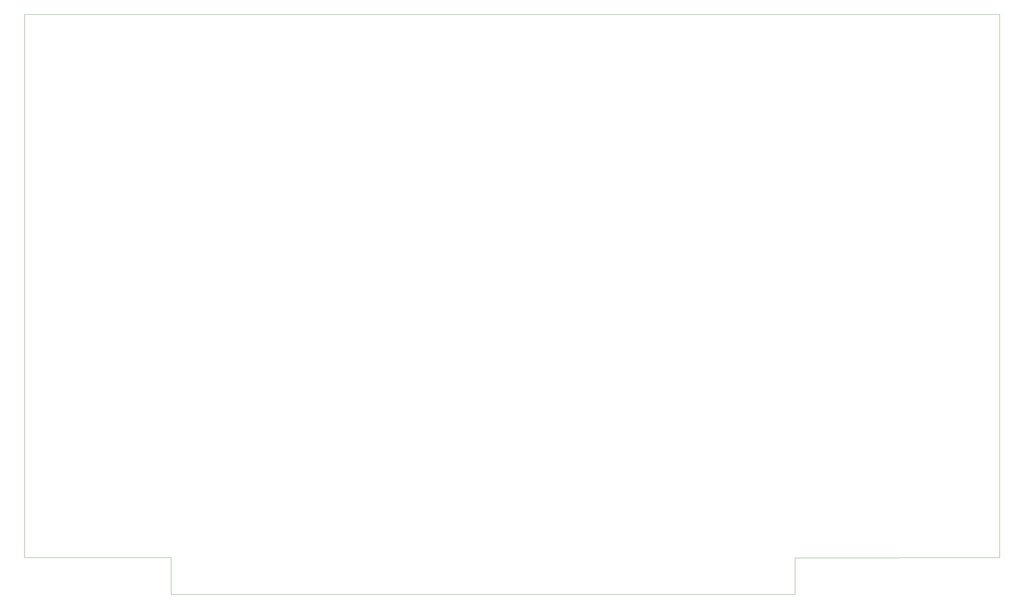
<source format=gbr>
%TF.GenerationSoftware,KiCad,Pcbnew,9.0.2-9.0.2-0~ubuntu22.04.1*%
%TF.CreationDate,2025-06-13T09:38:05-03:00*%
%TF.ProjectId,ram_tester,72616d5f-7465-4737-9465-722e6b696361,rev?*%
%TF.SameCoordinates,Original*%
%TF.FileFunction,Profile,NP*%
%FSLAX46Y46*%
G04 Gerber Fmt 4.6, Leading zero omitted, Abs format (unit mm)*
G04 Created by KiCad (PCBNEW 9.0.2-9.0.2-0~ubuntu22.04.1) date 2025-06-13 09:38:05*
%MOMM*%
%LPD*%
G01*
G04 APERTURE LIST*
%TA.AperFunction,Profile*%
%ADD10C,0.050000*%
%TD*%
G04 APERTURE END LIST*
D10*
X220047863Y-152699300D02*
X220047863Y-162199300D01*
X20147863Y-152599300D02*
X20150020Y-11600000D01*
X58147863Y-152599300D02*
X58147863Y-162199300D01*
X58147863Y-162199300D02*
X220047863Y-162199300D01*
X220047863Y-162199300D02*
X220047863Y-152699300D01*
X58147863Y-152599300D02*
X20147863Y-152599300D01*
X220047863Y-152699300D02*
X273147863Y-152599300D01*
X273147863Y-152599300D02*
X273100000Y-11600000D01*
X20200000Y-11600000D02*
X273100000Y-11600000D01*
X58147863Y-152599300D02*
X58147863Y-162199300D01*
M02*

</source>
